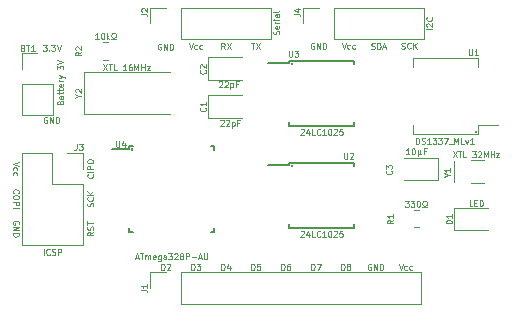
<source format=gto>
%TF.GenerationSoftware,KiCad,Pcbnew,(5.1.9)-1*%
%TF.CreationDate,2022-01-05T00:47:20-06:00*%
%TF.ProjectId,BACEE,42414345-452e-46b6-9963-61645f706362,1*%
%TF.SameCoordinates,Original*%
%TF.FileFunction,Legend,Top*%
%TF.FilePolarity,Positive*%
%FSLAX46Y46*%
G04 Gerber Fmt 4.6, Leading zero omitted, Abs format (unit mm)*
G04 Created by KiCad (PCBNEW (5.1.9)-1) date 2022-01-05 00:47:20*
%MOMM*%
%LPD*%
G01*
G04 APERTURE LIST*
%ADD10C,0.100000*%
%ADD11C,0.125000*%
%ADD12C,0.120000*%
%ADD13C,0.150000*%
G04 APERTURE END LIST*
D10*
G36*
X213561600Y-114503200D02*
G01*
X213461600Y-114503200D01*
X213461600Y-114403200D01*
X213561600Y-114403200D01*
X213561600Y-114503200D01*
G37*
X213561600Y-114503200D02*
X213461600Y-114503200D01*
X213461600Y-114403200D01*
X213561600Y-114403200D01*
X213561600Y-114503200D01*
G36*
X242670000Y-113030000D02*
G01*
X242570000Y-113030000D01*
X242570000Y-112930000D01*
X242670000Y-112930000D01*
X242670000Y-113030000D01*
G37*
X242670000Y-113030000D02*
X242570000Y-113030000D01*
X242570000Y-112930000D01*
X242670000Y-112930000D01*
X242670000Y-113030000D01*
G36*
X227126800Y-115874800D02*
G01*
X227026800Y-115874800D01*
X227026800Y-115774800D01*
X227126800Y-115774800D01*
X227126800Y-115874800D01*
G37*
X227126800Y-115874800D02*
X227026800Y-115874800D01*
X227026800Y-115774800D01*
X227126800Y-115774800D01*
X227126800Y-115874800D01*
G36*
X227126800Y-107237200D02*
G01*
X227026800Y-107237200D01*
X227026800Y-107137200D01*
X227126800Y-107137200D01*
X227126800Y-107237200D01*
G37*
X227126800Y-107237200D02*
X227026800Y-107237200D01*
X227026800Y-107137200D01*
X227126800Y-107137200D01*
X227126800Y-107237200D01*
D11*
X236132761Y-124186190D02*
X236299428Y-124686190D01*
X236466095Y-124186190D01*
X236847047Y-124662380D02*
X236799428Y-124686190D01*
X236704190Y-124686190D01*
X236656571Y-124662380D01*
X236632761Y-124638571D01*
X236608952Y-124590952D01*
X236608952Y-124448095D01*
X236632761Y-124400476D01*
X236656571Y-124376666D01*
X236704190Y-124352857D01*
X236799428Y-124352857D01*
X236847047Y-124376666D01*
X237275619Y-124662380D02*
X237228000Y-124686190D01*
X237132761Y-124686190D01*
X237085142Y-124662380D01*
X237061333Y-124638571D01*
X237037523Y-124590952D01*
X237037523Y-124448095D01*
X237061333Y-124400476D01*
X237085142Y-124376666D01*
X237132761Y-124352857D01*
X237228000Y-124352857D01*
X237275619Y-124376666D01*
X233807047Y-124210000D02*
X233759428Y-124186190D01*
X233688000Y-124186190D01*
X233616571Y-124210000D01*
X233568952Y-124257619D01*
X233545142Y-124305238D01*
X233521333Y-124400476D01*
X233521333Y-124471904D01*
X233545142Y-124567142D01*
X233568952Y-124614761D01*
X233616571Y-124662380D01*
X233688000Y-124686190D01*
X233735619Y-124686190D01*
X233807047Y-124662380D01*
X233830857Y-124638571D01*
X233830857Y-124471904D01*
X233735619Y-124471904D01*
X234045142Y-124686190D02*
X234045142Y-124186190D01*
X234330857Y-124686190D01*
X234330857Y-124186190D01*
X234568952Y-124686190D02*
X234568952Y-124186190D01*
X234688000Y-124186190D01*
X234759428Y-124210000D01*
X234807047Y-124257619D01*
X234830857Y-124305238D01*
X234854666Y-124400476D01*
X234854666Y-124471904D01*
X234830857Y-124567142D01*
X234807047Y-124614761D01*
X234759428Y-124662380D01*
X234688000Y-124686190D01*
X234568952Y-124686190D01*
X231278952Y-124686190D02*
X231278952Y-124186190D01*
X231398000Y-124186190D01*
X231469428Y-124210000D01*
X231517047Y-124257619D01*
X231540857Y-124305238D01*
X231564666Y-124400476D01*
X231564666Y-124471904D01*
X231540857Y-124567142D01*
X231517047Y-124614761D01*
X231469428Y-124662380D01*
X231398000Y-124686190D01*
X231278952Y-124686190D01*
X231850380Y-124400476D02*
X231802761Y-124376666D01*
X231778952Y-124352857D01*
X231755142Y-124305238D01*
X231755142Y-124281428D01*
X231778952Y-124233809D01*
X231802761Y-124210000D01*
X231850380Y-124186190D01*
X231945619Y-124186190D01*
X231993238Y-124210000D01*
X232017047Y-124233809D01*
X232040857Y-124281428D01*
X232040857Y-124305238D01*
X232017047Y-124352857D01*
X231993238Y-124376666D01*
X231945619Y-124400476D01*
X231850380Y-124400476D01*
X231802761Y-124424285D01*
X231778952Y-124448095D01*
X231755142Y-124495714D01*
X231755142Y-124590952D01*
X231778952Y-124638571D01*
X231802761Y-124662380D01*
X231850380Y-124686190D01*
X231945619Y-124686190D01*
X231993238Y-124662380D01*
X232017047Y-124638571D01*
X232040857Y-124590952D01*
X232040857Y-124495714D01*
X232017047Y-124448095D01*
X231993238Y-124424285D01*
X231945619Y-124400476D01*
X228738952Y-124686190D02*
X228738952Y-124186190D01*
X228858000Y-124186190D01*
X228929428Y-124210000D01*
X228977047Y-124257619D01*
X229000857Y-124305238D01*
X229024666Y-124400476D01*
X229024666Y-124471904D01*
X229000857Y-124567142D01*
X228977047Y-124614761D01*
X228929428Y-124662380D01*
X228858000Y-124686190D01*
X228738952Y-124686190D01*
X229191333Y-124186190D02*
X229524666Y-124186190D01*
X229310380Y-124686190D01*
X226198952Y-124686190D02*
X226198952Y-124186190D01*
X226318000Y-124186190D01*
X226389428Y-124210000D01*
X226437047Y-124257619D01*
X226460857Y-124305238D01*
X226484666Y-124400476D01*
X226484666Y-124471904D01*
X226460857Y-124567142D01*
X226437047Y-124614761D01*
X226389428Y-124662380D01*
X226318000Y-124686190D01*
X226198952Y-124686190D01*
X226913238Y-124186190D02*
X226818000Y-124186190D01*
X226770380Y-124210000D01*
X226746571Y-124233809D01*
X226698952Y-124305238D01*
X226675142Y-124400476D01*
X226675142Y-124590952D01*
X226698952Y-124638571D01*
X226722761Y-124662380D01*
X226770380Y-124686190D01*
X226865619Y-124686190D01*
X226913238Y-124662380D01*
X226937047Y-124638571D01*
X226960857Y-124590952D01*
X226960857Y-124471904D01*
X226937047Y-124424285D01*
X226913238Y-124400476D01*
X226865619Y-124376666D01*
X226770380Y-124376666D01*
X226722761Y-124400476D01*
X226698952Y-124424285D01*
X226675142Y-124471904D01*
X223658952Y-124686190D02*
X223658952Y-124186190D01*
X223778000Y-124186190D01*
X223849428Y-124210000D01*
X223897047Y-124257619D01*
X223920857Y-124305238D01*
X223944666Y-124400476D01*
X223944666Y-124471904D01*
X223920857Y-124567142D01*
X223897047Y-124614761D01*
X223849428Y-124662380D01*
X223778000Y-124686190D01*
X223658952Y-124686190D01*
X224397047Y-124186190D02*
X224158952Y-124186190D01*
X224135142Y-124424285D01*
X224158952Y-124400476D01*
X224206571Y-124376666D01*
X224325619Y-124376666D01*
X224373238Y-124400476D01*
X224397047Y-124424285D01*
X224420857Y-124471904D01*
X224420857Y-124590952D01*
X224397047Y-124638571D01*
X224373238Y-124662380D01*
X224325619Y-124686190D01*
X224206571Y-124686190D01*
X224158952Y-124662380D01*
X224135142Y-124638571D01*
X221118952Y-124686190D02*
X221118952Y-124186190D01*
X221238000Y-124186190D01*
X221309428Y-124210000D01*
X221357047Y-124257619D01*
X221380857Y-124305238D01*
X221404666Y-124400476D01*
X221404666Y-124471904D01*
X221380857Y-124567142D01*
X221357047Y-124614761D01*
X221309428Y-124662380D01*
X221238000Y-124686190D01*
X221118952Y-124686190D01*
X221833238Y-124352857D02*
X221833238Y-124686190D01*
X221714190Y-124162380D02*
X221595142Y-124519523D01*
X221904666Y-124519523D01*
X218578952Y-124686190D02*
X218578952Y-124186190D01*
X218698000Y-124186190D01*
X218769428Y-124210000D01*
X218817047Y-124257619D01*
X218840857Y-124305238D01*
X218864666Y-124400476D01*
X218864666Y-124471904D01*
X218840857Y-124567142D01*
X218817047Y-124614761D01*
X218769428Y-124662380D01*
X218698000Y-124686190D01*
X218578952Y-124686190D01*
X219031333Y-124186190D02*
X219340857Y-124186190D01*
X219174190Y-124376666D01*
X219245619Y-124376666D01*
X219293238Y-124400476D01*
X219317047Y-124424285D01*
X219340857Y-124471904D01*
X219340857Y-124590952D01*
X219317047Y-124638571D01*
X219293238Y-124662380D01*
X219245619Y-124686190D01*
X219102761Y-124686190D01*
X219055142Y-124662380D01*
X219031333Y-124638571D01*
X216038952Y-124686190D02*
X216038952Y-124186190D01*
X216158000Y-124186190D01*
X216229428Y-124210000D01*
X216277047Y-124257619D01*
X216300857Y-124305238D01*
X216324666Y-124400476D01*
X216324666Y-124471904D01*
X216300857Y-124567142D01*
X216277047Y-124614761D01*
X216229428Y-124662380D01*
X216158000Y-124686190D01*
X216038952Y-124686190D01*
X216515142Y-124233809D02*
X216538952Y-124210000D01*
X216586571Y-124186190D01*
X216705619Y-124186190D01*
X216753238Y-124210000D01*
X216777047Y-124233809D01*
X216800857Y-124281428D01*
X216800857Y-124329047D01*
X216777047Y-124400476D01*
X216491333Y-124686190D01*
X216800857Y-124686190D01*
X210284190Y-121495309D02*
X210046095Y-121661976D01*
X210284190Y-121781023D02*
X209784190Y-121781023D01*
X209784190Y-121590547D01*
X209808000Y-121542928D01*
X209831809Y-121519119D01*
X209879428Y-121495309D01*
X209950857Y-121495309D01*
X209998476Y-121519119D01*
X210022285Y-121542928D01*
X210046095Y-121590547D01*
X210046095Y-121781023D01*
X210260380Y-121304833D02*
X210284190Y-121233404D01*
X210284190Y-121114357D01*
X210260380Y-121066738D01*
X210236571Y-121042928D01*
X210188952Y-121019119D01*
X210141333Y-121019119D01*
X210093714Y-121042928D01*
X210069904Y-121066738D01*
X210046095Y-121114357D01*
X210022285Y-121209595D01*
X209998476Y-121257214D01*
X209974666Y-121281023D01*
X209927047Y-121304833D01*
X209879428Y-121304833D01*
X209831809Y-121281023D01*
X209808000Y-121257214D01*
X209784190Y-121209595D01*
X209784190Y-121090547D01*
X209808000Y-121019119D01*
X209784190Y-120876261D02*
X209784190Y-120590547D01*
X210284190Y-120733404D02*
X209784190Y-120733404D01*
X210260380Y-119324357D02*
X210284190Y-119252928D01*
X210284190Y-119133880D01*
X210260380Y-119086261D01*
X210236571Y-119062452D01*
X210188952Y-119038642D01*
X210141333Y-119038642D01*
X210093714Y-119062452D01*
X210069904Y-119086261D01*
X210046095Y-119133880D01*
X210022285Y-119229119D01*
X209998476Y-119276738D01*
X209974666Y-119300547D01*
X209927047Y-119324357D01*
X209879428Y-119324357D01*
X209831809Y-119300547D01*
X209808000Y-119276738D01*
X209784190Y-119229119D01*
X209784190Y-119110071D01*
X209808000Y-119038642D01*
X210236571Y-118538642D02*
X210260380Y-118562452D01*
X210284190Y-118633880D01*
X210284190Y-118681500D01*
X210260380Y-118752928D01*
X210212761Y-118800547D01*
X210165142Y-118824357D01*
X210069904Y-118848166D01*
X209998476Y-118848166D01*
X209903238Y-118824357D01*
X209855619Y-118800547D01*
X209808000Y-118752928D01*
X209784190Y-118681500D01*
X209784190Y-118633880D01*
X209808000Y-118562452D01*
X209831809Y-118538642D01*
X210284190Y-118324357D02*
X209784190Y-118324357D01*
X210284190Y-118038642D02*
X209998476Y-118252928D01*
X209784190Y-118038642D02*
X210069904Y-118324357D01*
X210236571Y-116604990D02*
X210260380Y-116628800D01*
X210284190Y-116700228D01*
X210284190Y-116747847D01*
X210260380Y-116819276D01*
X210212761Y-116866895D01*
X210165142Y-116890704D01*
X210069904Y-116914514D01*
X209998476Y-116914514D01*
X209903238Y-116890704D01*
X209855619Y-116866895D01*
X209808000Y-116819276D01*
X209784190Y-116747847D01*
X209784190Y-116700228D01*
X209808000Y-116628800D01*
X209831809Y-116604990D01*
X210284190Y-116390704D02*
X209784190Y-116390704D01*
X210284190Y-116152609D02*
X209784190Y-116152609D01*
X209784190Y-115962133D01*
X209808000Y-115914514D01*
X209831809Y-115890704D01*
X209879428Y-115866895D01*
X209950857Y-115866895D01*
X209998476Y-115890704D01*
X210022285Y-115914514D01*
X210046095Y-115962133D01*
X210046095Y-116152609D01*
X209784190Y-115557371D02*
X209784190Y-115462133D01*
X209808000Y-115414514D01*
X209855619Y-115366895D01*
X209950857Y-115343085D01*
X210117523Y-115343085D01*
X210212761Y-115366895D01*
X210260380Y-115414514D01*
X210284190Y-115462133D01*
X210284190Y-115557371D01*
X210260380Y-115604990D01*
X210212761Y-115652609D01*
X210117523Y-115676419D01*
X209950857Y-115676419D01*
X209855619Y-115652609D01*
X209808000Y-115604990D01*
X209784190Y-115557371D01*
X203958000Y-120827847D02*
X203981809Y-120780228D01*
X203981809Y-120708800D01*
X203958000Y-120637371D01*
X203910380Y-120589752D01*
X203862761Y-120565942D01*
X203767523Y-120542133D01*
X203696095Y-120542133D01*
X203600857Y-120565942D01*
X203553238Y-120589752D01*
X203505619Y-120637371D01*
X203481809Y-120708800D01*
X203481809Y-120756419D01*
X203505619Y-120827847D01*
X203529428Y-120851657D01*
X203696095Y-120851657D01*
X203696095Y-120756419D01*
X203481809Y-121065942D02*
X203981809Y-121065942D01*
X203481809Y-121351657D01*
X203981809Y-121351657D01*
X203481809Y-121589752D02*
X203981809Y-121589752D01*
X203981809Y-121708800D01*
X203958000Y-121780228D01*
X203910380Y-121827847D01*
X203862761Y-121851657D01*
X203767523Y-121875466D01*
X203696095Y-121875466D01*
X203600857Y-121851657D01*
X203553238Y-121827847D01*
X203505619Y-121780228D01*
X203481809Y-121708800D01*
X203481809Y-121589752D01*
X203529428Y-118192609D02*
X203505619Y-118168800D01*
X203481809Y-118097371D01*
X203481809Y-118049752D01*
X203505619Y-117978323D01*
X203553238Y-117930704D01*
X203600857Y-117906895D01*
X203696095Y-117883085D01*
X203767523Y-117883085D01*
X203862761Y-117906895D01*
X203910380Y-117930704D01*
X203958000Y-117978323D01*
X203981809Y-118049752D01*
X203981809Y-118097371D01*
X203958000Y-118168800D01*
X203934190Y-118192609D01*
X203981809Y-118502133D02*
X203981809Y-118597371D01*
X203958000Y-118644990D01*
X203910380Y-118692609D01*
X203815142Y-118716419D01*
X203648476Y-118716419D01*
X203553238Y-118692609D01*
X203505619Y-118644990D01*
X203481809Y-118597371D01*
X203481809Y-118502133D01*
X203505619Y-118454514D01*
X203553238Y-118406895D01*
X203648476Y-118383085D01*
X203815142Y-118383085D01*
X203910380Y-118406895D01*
X203958000Y-118454514D01*
X203981809Y-118502133D01*
X203481809Y-118930704D02*
X203981809Y-118930704D01*
X203981809Y-119121180D01*
X203958000Y-119168800D01*
X203934190Y-119192609D01*
X203886571Y-119216419D01*
X203815142Y-119216419D01*
X203767523Y-119192609D01*
X203743714Y-119168800D01*
X203719904Y-119121180D01*
X203719904Y-118930704D01*
X203481809Y-119430704D02*
X203981809Y-119430704D01*
X203981809Y-115533561D02*
X203481809Y-115700228D01*
X203981809Y-115866895D01*
X203505619Y-116247847D02*
X203481809Y-116200228D01*
X203481809Y-116104990D01*
X203505619Y-116057371D01*
X203529428Y-116033561D01*
X203577047Y-116009752D01*
X203719904Y-116009752D01*
X203767523Y-116033561D01*
X203791333Y-116057371D01*
X203815142Y-116104990D01*
X203815142Y-116200228D01*
X203791333Y-116247847D01*
X203505619Y-116676419D02*
X203481809Y-116628800D01*
X203481809Y-116533561D01*
X203505619Y-116485942D01*
X203529428Y-116462133D01*
X203577047Y-116438323D01*
X203719904Y-116438323D01*
X203767523Y-116462133D01*
X203791333Y-116485942D01*
X203815142Y-116533561D01*
X203815142Y-116628800D01*
X203791333Y-116676419D01*
X206375047Y-111764000D02*
X206327428Y-111740190D01*
X206256000Y-111740190D01*
X206184571Y-111764000D01*
X206136952Y-111811619D01*
X206113142Y-111859238D01*
X206089333Y-111954476D01*
X206089333Y-112025904D01*
X206113142Y-112121142D01*
X206136952Y-112168761D01*
X206184571Y-112216380D01*
X206256000Y-112240190D01*
X206303619Y-112240190D01*
X206375047Y-112216380D01*
X206398857Y-112192571D01*
X206398857Y-112025904D01*
X206303619Y-112025904D01*
X206613142Y-112240190D02*
X206613142Y-111740190D01*
X206898857Y-112240190D01*
X206898857Y-111740190D01*
X207136952Y-112240190D02*
X207136952Y-111740190D01*
X207256000Y-111740190D01*
X207327428Y-111764000D01*
X207375047Y-111811619D01*
X207398857Y-111859238D01*
X207422666Y-111954476D01*
X207422666Y-112025904D01*
X207398857Y-112121142D01*
X207375047Y-112168761D01*
X207327428Y-112216380D01*
X207256000Y-112240190D01*
X207136952Y-112240190D01*
X206017904Y-105644190D02*
X206327428Y-105644190D01*
X206160761Y-105834666D01*
X206232190Y-105834666D01*
X206279809Y-105858476D01*
X206303619Y-105882285D01*
X206327428Y-105929904D01*
X206327428Y-106048952D01*
X206303619Y-106096571D01*
X206279809Y-106120380D01*
X206232190Y-106144190D01*
X206089333Y-106144190D01*
X206041714Y-106120380D01*
X206017904Y-106096571D01*
X206541714Y-106096571D02*
X206565523Y-106120380D01*
X206541714Y-106144190D01*
X206517904Y-106120380D01*
X206541714Y-106096571D01*
X206541714Y-106144190D01*
X206732190Y-105644190D02*
X207041714Y-105644190D01*
X206875047Y-105834666D01*
X206946476Y-105834666D01*
X206994095Y-105858476D01*
X207017904Y-105882285D01*
X207041714Y-105929904D01*
X207041714Y-106048952D01*
X207017904Y-106096571D01*
X206994095Y-106120380D01*
X206946476Y-106144190D01*
X206803619Y-106144190D01*
X206756000Y-106120380D01*
X206732190Y-106096571D01*
X207184571Y-105644190D02*
X207351238Y-106144190D01*
X207517904Y-105644190D01*
X236364542Y-105942580D02*
X236435971Y-105966390D01*
X236555019Y-105966390D01*
X236602638Y-105942580D01*
X236626447Y-105918771D01*
X236650257Y-105871152D01*
X236650257Y-105823533D01*
X236626447Y-105775914D01*
X236602638Y-105752104D01*
X236555019Y-105728295D01*
X236459780Y-105704485D01*
X236412161Y-105680676D01*
X236388352Y-105656866D01*
X236364542Y-105609247D01*
X236364542Y-105561628D01*
X236388352Y-105514009D01*
X236412161Y-105490200D01*
X236459780Y-105466390D01*
X236578828Y-105466390D01*
X236650257Y-105490200D01*
X237150257Y-105918771D02*
X237126447Y-105942580D01*
X237055019Y-105966390D01*
X237007400Y-105966390D01*
X236935971Y-105942580D01*
X236888352Y-105894961D01*
X236864542Y-105847342D01*
X236840733Y-105752104D01*
X236840733Y-105680676D01*
X236864542Y-105585438D01*
X236888352Y-105537819D01*
X236935971Y-105490200D01*
X237007400Y-105466390D01*
X237055019Y-105466390D01*
X237126447Y-105490200D01*
X237150257Y-105514009D01*
X237364542Y-105966390D02*
X237364542Y-105466390D01*
X237650257Y-105966390D02*
X237435971Y-105680676D01*
X237650257Y-105466390D02*
X237364542Y-105752104D01*
X233834857Y-105967980D02*
X233906285Y-105991790D01*
X234025333Y-105991790D01*
X234072952Y-105967980D01*
X234096761Y-105944171D01*
X234120571Y-105896552D01*
X234120571Y-105848933D01*
X234096761Y-105801314D01*
X234072952Y-105777504D01*
X234025333Y-105753695D01*
X233930095Y-105729885D01*
X233882476Y-105706076D01*
X233858666Y-105682266D01*
X233834857Y-105634647D01*
X233834857Y-105587028D01*
X233858666Y-105539409D01*
X233882476Y-105515600D01*
X233930095Y-105491790D01*
X234049142Y-105491790D01*
X234120571Y-105515600D01*
X234334857Y-105991790D02*
X234334857Y-105491790D01*
X234453904Y-105491790D01*
X234525333Y-105515600D01*
X234572952Y-105563219D01*
X234596761Y-105610838D01*
X234620571Y-105706076D01*
X234620571Y-105777504D01*
X234596761Y-105872742D01*
X234572952Y-105920361D01*
X234525333Y-105967980D01*
X234453904Y-105991790D01*
X234334857Y-105991790D01*
X234811047Y-105848933D02*
X235049142Y-105848933D01*
X234763428Y-105991790D02*
X234930095Y-105491790D01*
X235096761Y-105991790D01*
X228981047Y-105515600D02*
X228933428Y-105491790D01*
X228862000Y-105491790D01*
X228790571Y-105515600D01*
X228742952Y-105563219D01*
X228719142Y-105610838D01*
X228695333Y-105706076D01*
X228695333Y-105777504D01*
X228719142Y-105872742D01*
X228742952Y-105920361D01*
X228790571Y-105967980D01*
X228862000Y-105991790D01*
X228909619Y-105991790D01*
X228981047Y-105967980D01*
X229004857Y-105944171D01*
X229004857Y-105777504D01*
X228909619Y-105777504D01*
X229219142Y-105991790D02*
X229219142Y-105491790D01*
X229504857Y-105991790D01*
X229504857Y-105491790D01*
X229742952Y-105991790D02*
X229742952Y-105491790D01*
X229862000Y-105491790D01*
X229933428Y-105515600D01*
X229981047Y-105563219D01*
X230004857Y-105610838D01*
X230028666Y-105706076D01*
X230028666Y-105777504D01*
X230004857Y-105872742D01*
X229981047Y-105920361D01*
X229933428Y-105967980D01*
X229862000Y-105991790D01*
X229742952Y-105991790D01*
X231306761Y-105466390D02*
X231473428Y-105966390D01*
X231640095Y-105466390D01*
X232021047Y-105942580D02*
X231973428Y-105966390D01*
X231878190Y-105966390D01*
X231830571Y-105942580D01*
X231806761Y-105918771D01*
X231782952Y-105871152D01*
X231782952Y-105728295D01*
X231806761Y-105680676D01*
X231830571Y-105656866D01*
X231878190Y-105633057D01*
X231973428Y-105633057D01*
X232021047Y-105656866D01*
X232449619Y-105942580D02*
X232402000Y-105966390D01*
X232306761Y-105966390D01*
X232259142Y-105942580D01*
X232235333Y-105918771D01*
X232211523Y-105871152D01*
X232211523Y-105728295D01*
X232235333Y-105680676D01*
X232259142Y-105656866D01*
X232306761Y-105633057D01*
X232402000Y-105633057D01*
X232449619Y-105656866D01*
X223647047Y-105491790D02*
X223932761Y-105491790D01*
X223789904Y-105991790D02*
X223789904Y-105491790D01*
X224051809Y-105491790D02*
X224385142Y-105991790D01*
X224385142Y-105491790D02*
X224051809Y-105991790D01*
X221404666Y-105991790D02*
X221238000Y-105753695D01*
X221118952Y-105991790D02*
X221118952Y-105491790D01*
X221309428Y-105491790D01*
X221357047Y-105515600D01*
X221380857Y-105539409D01*
X221404666Y-105587028D01*
X221404666Y-105658457D01*
X221380857Y-105706076D01*
X221357047Y-105729885D01*
X221309428Y-105753695D01*
X221118952Y-105753695D01*
X221571333Y-105491790D02*
X221904666Y-105991790D01*
X221904666Y-105491790D02*
X221571333Y-105991790D01*
X218352761Y-105491790D02*
X218519428Y-105991790D01*
X218686095Y-105491790D01*
X219067047Y-105967980D02*
X219019428Y-105991790D01*
X218924190Y-105991790D01*
X218876571Y-105967980D01*
X218852761Y-105944171D01*
X218828952Y-105896552D01*
X218828952Y-105753695D01*
X218852761Y-105706076D01*
X218876571Y-105682266D01*
X218924190Y-105658457D01*
X219019428Y-105658457D01*
X219067047Y-105682266D01*
X219495619Y-105967980D02*
X219448000Y-105991790D01*
X219352761Y-105991790D01*
X219305142Y-105967980D01*
X219281333Y-105944171D01*
X219257523Y-105896552D01*
X219257523Y-105753695D01*
X219281333Y-105706076D01*
X219305142Y-105682266D01*
X219352761Y-105658457D01*
X219448000Y-105658457D01*
X219495619Y-105682266D01*
X216027047Y-105566400D02*
X215979428Y-105542590D01*
X215908000Y-105542590D01*
X215836571Y-105566400D01*
X215788952Y-105614019D01*
X215765142Y-105661638D01*
X215741333Y-105756876D01*
X215741333Y-105828304D01*
X215765142Y-105923542D01*
X215788952Y-105971161D01*
X215836571Y-106018780D01*
X215908000Y-106042590D01*
X215955619Y-106042590D01*
X216027047Y-106018780D01*
X216050857Y-105994971D01*
X216050857Y-105828304D01*
X215955619Y-105828304D01*
X216265142Y-106042590D02*
X216265142Y-105542590D01*
X216550857Y-106042590D01*
X216550857Y-105542590D01*
X216788952Y-106042590D02*
X216788952Y-105542590D01*
X216908000Y-105542590D01*
X216979428Y-105566400D01*
X217027047Y-105614019D01*
X217050857Y-105661638D01*
X217074666Y-105756876D01*
X217074666Y-105828304D01*
X217050857Y-105923542D01*
X217027047Y-105971161D01*
X216979428Y-106018780D01*
X216908000Y-106042590D01*
X216788952Y-106042590D01*
X237045571Y-114907190D02*
X236759857Y-114907190D01*
X236902714Y-114907190D02*
X236902714Y-114407190D01*
X236855095Y-114478619D01*
X236807476Y-114526238D01*
X236759857Y-114550047D01*
X237355095Y-114407190D02*
X237402714Y-114407190D01*
X237450333Y-114431000D01*
X237474142Y-114454809D01*
X237497952Y-114502428D01*
X237521761Y-114597666D01*
X237521761Y-114716714D01*
X237497952Y-114811952D01*
X237474142Y-114859571D01*
X237450333Y-114883380D01*
X237402714Y-114907190D01*
X237355095Y-114907190D01*
X237307476Y-114883380D01*
X237283666Y-114859571D01*
X237259857Y-114811952D01*
X237236047Y-114716714D01*
X237236047Y-114597666D01*
X237259857Y-114502428D01*
X237283666Y-114454809D01*
X237307476Y-114431000D01*
X237355095Y-114407190D01*
X237736047Y-114573857D02*
X237736047Y-115073857D01*
X237974142Y-114835761D02*
X237997952Y-114883380D01*
X238045571Y-114907190D01*
X237736047Y-114835761D02*
X237759857Y-114883380D01*
X237807476Y-114907190D01*
X237902714Y-114907190D01*
X237950333Y-114883380D01*
X237974142Y-114835761D01*
X237974142Y-114573857D01*
X238426523Y-114645285D02*
X238259857Y-114645285D01*
X238259857Y-114907190D02*
X238259857Y-114407190D01*
X238497952Y-114407190D01*
X221047571Y-112041809D02*
X221071380Y-112018000D01*
X221119000Y-111994190D01*
X221238047Y-111994190D01*
X221285666Y-112018000D01*
X221309476Y-112041809D01*
X221333285Y-112089428D01*
X221333285Y-112137047D01*
X221309476Y-112208476D01*
X221023761Y-112494190D01*
X221333285Y-112494190D01*
X221523761Y-112041809D02*
X221547571Y-112018000D01*
X221595190Y-111994190D01*
X221714238Y-111994190D01*
X221761857Y-112018000D01*
X221785666Y-112041809D01*
X221809476Y-112089428D01*
X221809476Y-112137047D01*
X221785666Y-112208476D01*
X221499952Y-112494190D01*
X221809476Y-112494190D01*
X222023761Y-112160857D02*
X222023761Y-112660857D01*
X222023761Y-112184666D02*
X222071380Y-112160857D01*
X222166619Y-112160857D01*
X222214238Y-112184666D01*
X222238047Y-112208476D01*
X222261857Y-112256095D01*
X222261857Y-112398952D01*
X222238047Y-112446571D01*
X222214238Y-112470380D01*
X222166619Y-112494190D01*
X222071380Y-112494190D01*
X222023761Y-112470380D01*
X222642809Y-112232285D02*
X222476142Y-112232285D01*
X222476142Y-112494190D02*
X222476142Y-111994190D01*
X222714238Y-111994190D01*
X220920571Y-108765209D02*
X220944380Y-108741400D01*
X220992000Y-108717590D01*
X221111047Y-108717590D01*
X221158666Y-108741400D01*
X221182476Y-108765209D01*
X221206285Y-108812828D01*
X221206285Y-108860447D01*
X221182476Y-108931876D01*
X220896761Y-109217590D01*
X221206285Y-109217590D01*
X221396761Y-108765209D02*
X221420571Y-108741400D01*
X221468190Y-108717590D01*
X221587238Y-108717590D01*
X221634857Y-108741400D01*
X221658666Y-108765209D01*
X221682476Y-108812828D01*
X221682476Y-108860447D01*
X221658666Y-108931876D01*
X221372952Y-109217590D01*
X221682476Y-109217590D01*
X221896761Y-108884257D02*
X221896761Y-109384257D01*
X221896761Y-108908066D02*
X221944380Y-108884257D01*
X222039619Y-108884257D01*
X222087238Y-108908066D01*
X222111047Y-108931876D01*
X222134857Y-108979495D01*
X222134857Y-109122352D01*
X222111047Y-109169971D01*
X222087238Y-109193780D01*
X222039619Y-109217590D01*
X221944380Y-109217590D01*
X221896761Y-109193780D01*
X222515809Y-108955685D02*
X222349142Y-108955685D01*
X222349142Y-109217590D02*
X222349142Y-108717590D01*
X222587238Y-108717590D01*
X236688428Y-118852190D02*
X236997952Y-118852190D01*
X236831285Y-119042666D01*
X236902714Y-119042666D01*
X236950333Y-119066476D01*
X236974142Y-119090285D01*
X236997952Y-119137904D01*
X236997952Y-119256952D01*
X236974142Y-119304571D01*
X236950333Y-119328380D01*
X236902714Y-119352190D01*
X236759857Y-119352190D01*
X236712238Y-119328380D01*
X236688428Y-119304571D01*
X237164619Y-118852190D02*
X237474142Y-118852190D01*
X237307476Y-119042666D01*
X237378904Y-119042666D01*
X237426523Y-119066476D01*
X237450333Y-119090285D01*
X237474142Y-119137904D01*
X237474142Y-119256952D01*
X237450333Y-119304571D01*
X237426523Y-119328380D01*
X237378904Y-119352190D01*
X237236047Y-119352190D01*
X237188428Y-119328380D01*
X237164619Y-119304571D01*
X237783666Y-118852190D02*
X237831285Y-118852190D01*
X237878904Y-118876000D01*
X237902714Y-118899809D01*
X237926523Y-118947428D01*
X237950333Y-119042666D01*
X237950333Y-119161714D01*
X237926523Y-119256952D01*
X237902714Y-119304571D01*
X237878904Y-119328380D01*
X237831285Y-119352190D01*
X237783666Y-119352190D01*
X237736047Y-119328380D01*
X237712238Y-119304571D01*
X237688428Y-119256952D01*
X237664619Y-119161714D01*
X237664619Y-119042666D01*
X237688428Y-118947428D01*
X237712238Y-118899809D01*
X237736047Y-118876000D01*
X237783666Y-118852190D01*
X238140809Y-119352190D02*
X238259857Y-119352190D01*
X238259857Y-119256952D01*
X238212238Y-119233142D01*
X238164619Y-119185523D01*
X238140809Y-119114095D01*
X238140809Y-118995047D01*
X238164619Y-118923619D01*
X238212238Y-118876000D01*
X238283666Y-118852190D01*
X238378904Y-118852190D01*
X238450333Y-118876000D01*
X238497952Y-118923619D01*
X238521761Y-118995047D01*
X238521761Y-119114095D01*
X238497952Y-119185523D01*
X238450333Y-119233142D01*
X238402714Y-119256952D01*
X238402714Y-119352190D01*
X238521761Y-119352190D01*
X210744666Y-105128190D02*
X210458952Y-105128190D01*
X210601809Y-105128190D02*
X210601809Y-104628190D01*
X210554190Y-104699619D01*
X210506571Y-104747238D01*
X210458952Y-104771047D01*
X211054190Y-104628190D02*
X211101809Y-104628190D01*
X211149428Y-104652000D01*
X211173238Y-104675809D01*
X211197047Y-104723428D01*
X211220857Y-104818666D01*
X211220857Y-104937714D01*
X211197047Y-105032952D01*
X211173238Y-105080571D01*
X211149428Y-105104380D01*
X211101809Y-105128190D01*
X211054190Y-105128190D01*
X211006571Y-105104380D01*
X210982761Y-105080571D01*
X210958952Y-105032952D01*
X210935142Y-104937714D01*
X210935142Y-104818666D01*
X210958952Y-104723428D01*
X210982761Y-104675809D01*
X211006571Y-104652000D01*
X211054190Y-104628190D01*
X211435142Y-105128190D02*
X211435142Y-104628190D01*
X211482761Y-104937714D02*
X211625619Y-105128190D01*
X211625619Y-104794857D02*
X211435142Y-104985333D01*
X211816095Y-105128190D02*
X211935142Y-105128190D01*
X211935142Y-105032952D01*
X211887523Y-105009142D01*
X211839904Y-104961523D01*
X211816095Y-104890095D01*
X211816095Y-104771047D01*
X211839904Y-104699619D01*
X211887523Y-104652000D01*
X211958952Y-104628190D01*
X212054190Y-104628190D01*
X212125619Y-104652000D01*
X212173238Y-104699619D01*
X212197047Y-104771047D01*
X212197047Y-104890095D01*
X212173238Y-104961523D01*
X212125619Y-105009142D01*
X212078000Y-105032952D01*
X212078000Y-105128190D01*
X212197047Y-105128190D01*
D12*
%TO.C,BT1*%
X204220000Y-106366000D02*
X205550000Y-106366000D01*
X204220000Y-107696000D02*
X204220000Y-106366000D01*
X204220000Y-108966000D02*
X206880000Y-108966000D01*
X206880000Y-108966000D02*
X206880000Y-111566000D01*
X204220000Y-108966000D02*
X204220000Y-111566000D01*
X204220000Y-111566000D02*
X206880000Y-111566000D01*
%TO.C,C1*%
X220000000Y-111831000D02*
X222860000Y-111831000D01*
X220000000Y-109911000D02*
X220000000Y-111831000D01*
X222860000Y-109911000D02*
X220000000Y-109911000D01*
%TO.C,C2*%
X222860000Y-106667000D02*
X220000000Y-106667000D01*
X220000000Y-106667000D02*
X220000000Y-108587000D01*
X220000000Y-108587000D02*
X222860000Y-108587000D01*
%TO.C,C3*%
X236588000Y-117121000D02*
X239448000Y-117121000D01*
X239448000Y-117121000D02*
X239448000Y-115201000D01*
X239448000Y-115201000D02*
X236588000Y-115201000D01*
%TO.C,D1*%
X240837000Y-121356000D02*
X243697000Y-121356000D01*
X240837000Y-119436000D02*
X240837000Y-121356000D01*
X243697000Y-119436000D02*
X240837000Y-119436000D01*
%TO.C,J1*%
X215078000Y-126238000D02*
X215078000Y-124908000D01*
X215078000Y-124908000D02*
X216408000Y-124908000D01*
X217678000Y-124908000D02*
X238058000Y-124908000D01*
X238058000Y-127568000D02*
X238058000Y-124908000D01*
X217678000Y-127568000D02*
X238058000Y-127568000D01*
X217678000Y-127568000D02*
X217678000Y-124908000D01*
%TO.C,J2*%
X217678000Y-105152000D02*
X217678000Y-102492000D01*
X217678000Y-105152000D02*
X225358000Y-105152000D01*
X225358000Y-105152000D02*
X225358000Y-102492000D01*
X217678000Y-102492000D02*
X225358000Y-102492000D01*
X215078000Y-102492000D02*
X216408000Y-102492000D01*
X215078000Y-103822000D02*
X215078000Y-102492000D01*
%TO.C,J3*%
X208090000Y-114812000D02*
X209420000Y-114812000D01*
X209420000Y-114812000D02*
X209420000Y-116142000D01*
X206820000Y-114812000D02*
X206820000Y-117412000D01*
X206820000Y-117412000D02*
X209420000Y-117412000D01*
X209420000Y-117412000D02*
X209420000Y-122552000D01*
X204220000Y-122552000D02*
X209420000Y-122552000D01*
X204220000Y-114812000D02*
X204220000Y-122552000D01*
X204220000Y-114812000D02*
X206820000Y-114812000D01*
%TO.C,J4*%
X228032000Y-103822000D02*
X228032000Y-102492000D01*
X228032000Y-102492000D02*
X229362000Y-102492000D01*
X230632000Y-102492000D02*
X238312000Y-102492000D01*
X238312000Y-105152000D02*
X238312000Y-102492000D01*
X230632000Y-105152000D02*
X238312000Y-105152000D01*
X230632000Y-105152000D02*
X230632000Y-102492000D01*
%TO.C,R1*%
X237405936Y-121086000D02*
X237860064Y-121086000D01*
X237405936Y-119616000D02*
X237860064Y-119616000D01*
%TO.C,R2*%
X211539064Y-106907000D02*
X211084936Y-106907000D01*
X211539064Y-105437000D02*
X211084936Y-105437000D01*
%TO.C,U1*%
X242854000Y-112447000D02*
X244544000Y-112447000D01*
X242854000Y-113192000D02*
X242854000Y-112447000D01*
X240094000Y-113192000D02*
X242854000Y-113192000D01*
X237334000Y-113192000D02*
X237334000Y-112447000D01*
X240094000Y-113192000D02*
X237334000Y-113192000D01*
X242854000Y-106772000D02*
X242854000Y-107517000D01*
X240094000Y-106772000D02*
X242854000Y-106772000D01*
X237334000Y-106772000D02*
X237334000Y-107517000D01*
X240094000Y-106772000D02*
X237334000Y-106772000D01*
D13*
%TO.C,U2*%
X226866000Y-115609000D02*
X226866000Y-115814000D01*
X232366000Y-115609000D02*
X232366000Y-115909000D01*
X232366000Y-121119000D02*
X232366000Y-120819000D01*
X226866000Y-121119000D02*
X226866000Y-120819000D01*
X226866000Y-115609000D02*
X232366000Y-115609000D01*
X226866000Y-121119000D02*
X232366000Y-121119000D01*
X226866000Y-115814000D02*
X225116000Y-115814000D01*
%TO.C,U3*%
X226866000Y-107178000D02*
X225116000Y-107178000D01*
X226866000Y-112483000D02*
X232366000Y-112483000D01*
X226866000Y-106973000D02*
X232366000Y-106973000D01*
X226866000Y-112483000D02*
X226866000Y-112183000D01*
X232366000Y-112483000D02*
X232366000Y-112183000D01*
X232366000Y-106973000D02*
X232366000Y-107273000D01*
X226866000Y-106973000D02*
X226866000Y-107178000D01*
%TO.C,U4*%
X213291000Y-114456000D02*
X211866000Y-114456000D01*
X220541000Y-114231000D02*
X220216000Y-114231000D01*
X220541000Y-121481000D02*
X220216000Y-121481000D01*
X213291000Y-121481000D02*
X213616000Y-121481000D01*
X213291000Y-114231000D02*
X213616000Y-114231000D01*
X213291000Y-121481000D02*
X213291000Y-121156000D01*
X220541000Y-121481000D02*
X220541000Y-121156000D01*
X220541000Y-114231000D02*
X220541000Y-114556000D01*
X213291000Y-114231000D02*
X213291000Y-114456000D01*
D12*
%TO.C,Y1*%
X242252000Y-115416000D02*
X243352000Y-115416000D01*
X242252000Y-117316000D02*
X243352000Y-117316000D01*
X240852000Y-115466000D02*
X240852000Y-117266000D01*
%TO.C,Y2*%
X209512000Y-111528000D02*
X216762000Y-111528000D01*
X209512000Y-107928000D02*
X209512000Y-111528000D01*
X216762000Y-107928000D02*
X209512000Y-107928000D01*
%TO.C,BT1*%
D11*
X204331142Y-105882285D02*
X204402571Y-105906095D01*
X204426380Y-105929904D01*
X204450190Y-105977523D01*
X204450190Y-106048952D01*
X204426380Y-106096571D01*
X204402571Y-106120380D01*
X204354952Y-106144190D01*
X204164476Y-106144190D01*
X204164476Y-105644190D01*
X204331142Y-105644190D01*
X204378761Y-105668000D01*
X204402571Y-105691809D01*
X204426380Y-105739428D01*
X204426380Y-105787047D01*
X204402571Y-105834666D01*
X204378761Y-105858476D01*
X204331142Y-105882285D01*
X204164476Y-105882285D01*
X204593047Y-105644190D02*
X204878761Y-105644190D01*
X204735904Y-106144190D02*
X204735904Y-105644190D01*
X205307333Y-106144190D02*
X205021619Y-106144190D01*
X205164476Y-106144190D02*
X205164476Y-105644190D01*
X205116857Y-105715619D01*
X205069238Y-105763238D01*
X205021619Y-105787047D01*
X207482285Y-110517571D02*
X207506095Y-110446142D01*
X207529904Y-110422333D01*
X207577523Y-110398523D01*
X207648952Y-110398523D01*
X207696571Y-110422333D01*
X207720380Y-110446142D01*
X207744190Y-110493761D01*
X207744190Y-110684238D01*
X207244190Y-110684238D01*
X207244190Y-110517571D01*
X207268000Y-110469952D01*
X207291809Y-110446142D01*
X207339428Y-110422333D01*
X207387047Y-110422333D01*
X207434666Y-110446142D01*
X207458476Y-110469952D01*
X207482285Y-110517571D01*
X207482285Y-110684238D01*
X207744190Y-109969952D02*
X207482285Y-109969952D01*
X207434666Y-109993761D01*
X207410857Y-110041380D01*
X207410857Y-110136619D01*
X207434666Y-110184238D01*
X207720380Y-109969952D02*
X207744190Y-110017571D01*
X207744190Y-110136619D01*
X207720380Y-110184238D01*
X207672761Y-110208047D01*
X207625142Y-110208047D01*
X207577523Y-110184238D01*
X207553714Y-110136619D01*
X207553714Y-110017571D01*
X207529904Y-109969952D01*
X207410857Y-109803285D02*
X207410857Y-109612809D01*
X207244190Y-109731857D02*
X207672761Y-109731857D01*
X207720380Y-109708047D01*
X207744190Y-109660428D01*
X207744190Y-109612809D01*
X207410857Y-109517571D02*
X207410857Y-109327095D01*
X207244190Y-109446142D02*
X207672761Y-109446142D01*
X207720380Y-109422333D01*
X207744190Y-109374714D01*
X207744190Y-109327095D01*
X207720380Y-108969952D02*
X207744190Y-109017571D01*
X207744190Y-109112809D01*
X207720380Y-109160428D01*
X207672761Y-109184238D01*
X207482285Y-109184238D01*
X207434666Y-109160428D01*
X207410857Y-109112809D01*
X207410857Y-109017571D01*
X207434666Y-108969952D01*
X207482285Y-108946142D01*
X207529904Y-108946142D01*
X207577523Y-109184238D01*
X207744190Y-108731857D02*
X207410857Y-108731857D01*
X207506095Y-108731857D02*
X207458476Y-108708047D01*
X207434666Y-108684238D01*
X207410857Y-108636619D01*
X207410857Y-108589000D01*
X207410857Y-108469952D02*
X207744190Y-108350904D01*
X207410857Y-108231857D02*
X207744190Y-108350904D01*
X207863238Y-108398523D01*
X207887047Y-108422333D01*
X207910857Y-108469952D01*
X207244190Y-107708047D02*
X207244190Y-107398523D01*
X207434666Y-107565190D01*
X207434666Y-107493761D01*
X207458476Y-107446142D01*
X207482285Y-107422333D01*
X207529904Y-107398523D01*
X207648952Y-107398523D01*
X207696571Y-107422333D01*
X207720380Y-107446142D01*
X207744190Y-107493761D01*
X207744190Y-107636619D01*
X207720380Y-107684238D01*
X207696571Y-107708047D01*
X207244190Y-107255666D02*
X207744190Y-107089000D01*
X207244190Y-106922333D01*
%TO.C,C1*%
X219761571Y-110954333D02*
X219785380Y-110978142D01*
X219809190Y-111049571D01*
X219809190Y-111097190D01*
X219785380Y-111168619D01*
X219737761Y-111216238D01*
X219690142Y-111240047D01*
X219594904Y-111263857D01*
X219523476Y-111263857D01*
X219428238Y-111240047D01*
X219380619Y-111216238D01*
X219333000Y-111168619D01*
X219309190Y-111097190D01*
X219309190Y-111049571D01*
X219333000Y-110978142D01*
X219356809Y-110954333D01*
X219809190Y-110478142D02*
X219809190Y-110763857D01*
X219809190Y-110621000D02*
X219309190Y-110621000D01*
X219380619Y-110668619D01*
X219428238Y-110716238D01*
X219452047Y-110763857D01*
%TO.C,C2*%
X219761571Y-107779333D02*
X219785380Y-107803142D01*
X219809190Y-107874571D01*
X219809190Y-107922190D01*
X219785380Y-107993619D01*
X219737761Y-108041238D01*
X219690142Y-108065047D01*
X219594904Y-108088857D01*
X219523476Y-108088857D01*
X219428238Y-108065047D01*
X219380619Y-108041238D01*
X219333000Y-107993619D01*
X219309190Y-107922190D01*
X219309190Y-107874571D01*
X219333000Y-107803142D01*
X219356809Y-107779333D01*
X219356809Y-107588857D02*
X219333000Y-107565047D01*
X219309190Y-107517428D01*
X219309190Y-107398380D01*
X219333000Y-107350761D01*
X219356809Y-107326952D01*
X219404428Y-107303142D01*
X219452047Y-107303142D01*
X219523476Y-107326952D01*
X219809190Y-107612666D01*
X219809190Y-107303142D01*
%TO.C,C3*%
X235509571Y-116287333D02*
X235533380Y-116311142D01*
X235557190Y-116382571D01*
X235557190Y-116430190D01*
X235533380Y-116501619D01*
X235485761Y-116549238D01*
X235438142Y-116573047D01*
X235342904Y-116596857D01*
X235271476Y-116596857D01*
X235176238Y-116573047D01*
X235128619Y-116549238D01*
X235081000Y-116501619D01*
X235057190Y-116430190D01*
X235057190Y-116382571D01*
X235081000Y-116311142D01*
X235104809Y-116287333D01*
X235057190Y-116120666D02*
X235057190Y-115811142D01*
X235247666Y-115977809D01*
X235247666Y-115906380D01*
X235271476Y-115858761D01*
X235295285Y-115834952D01*
X235342904Y-115811142D01*
X235461952Y-115811142D01*
X235509571Y-115834952D01*
X235533380Y-115858761D01*
X235557190Y-115906380D01*
X235557190Y-116049238D01*
X235533380Y-116096857D01*
X235509571Y-116120666D01*
%TO.C,D1*%
X240644190Y-120765047D02*
X240144190Y-120765047D01*
X240144190Y-120646000D01*
X240168000Y-120574571D01*
X240215619Y-120526952D01*
X240263238Y-120503142D01*
X240358476Y-120479333D01*
X240429904Y-120479333D01*
X240525142Y-120503142D01*
X240572761Y-120526952D01*
X240620380Y-120574571D01*
X240644190Y-120646000D01*
X240644190Y-120765047D01*
X240644190Y-120003142D02*
X240644190Y-120288857D01*
X240644190Y-120146000D02*
X240144190Y-120146000D01*
X240215619Y-120193619D01*
X240263238Y-120241238D01*
X240287047Y-120288857D01*
X242375571Y-119288690D02*
X242137476Y-119288690D01*
X242137476Y-118788690D01*
X242542238Y-119026785D02*
X242708904Y-119026785D01*
X242780333Y-119288690D02*
X242542238Y-119288690D01*
X242542238Y-118788690D01*
X242780333Y-118788690D01*
X242994619Y-119288690D02*
X242994619Y-118788690D01*
X243113666Y-118788690D01*
X243185095Y-118812500D01*
X243232714Y-118860119D01*
X243256523Y-118907738D01*
X243280333Y-119002976D01*
X243280333Y-119074404D01*
X243256523Y-119169642D01*
X243232714Y-119217261D01*
X243185095Y-119264880D01*
X243113666Y-119288690D01*
X242994619Y-119288690D01*
%TO.C,J1*%
X214356190Y-126404666D02*
X214713333Y-126404666D01*
X214784761Y-126428476D01*
X214832380Y-126476095D01*
X214856190Y-126547523D01*
X214856190Y-126595142D01*
X214856190Y-125904666D02*
X214856190Y-126190380D01*
X214856190Y-126047523D02*
X214356190Y-126047523D01*
X214427619Y-126095142D01*
X214475238Y-126142761D01*
X214499047Y-126190380D01*
%TO.C,J2*%
X214356190Y-103036666D02*
X214713333Y-103036666D01*
X214784761Y-103060476D01*
X214832380Y-103108095D01*
X214856190Y-103179523D01*
X214856190Y-103227142D01*
X214403809Y-102822380D02*
X214380000Y-102798571D01*
X214356190Y-102750952D01*
X214356190Y-102631904D01*
X214380000Y-102584285D01*
X214403809Y-102560476D01*
X214451428Y-102536666D01*
X214499047Y-102536666D01*
X214570476Y-102560476D01*
X214856190Y-102846190D01*
X214856190Y-102536666D01*
X226008380Y-104747095D02*
X226032190Y-104675666D01*
X226032190Y-104556619D01*
X226008380Y-104509000D01*
X225984571Y-104485190D01*
X225936952Y-104461380D01*
X225889333Y-104461380D01*
X225841714Y-104485190D01*
X225817904Y-104509000D01*
X225794095Y-104556619D01*
X225770285Y-104651857D01*
X225746476Y-104699476D01*
X225722666Y-104723285D01*
X225675047Y-104747095D01*
X225627428Y-104747095D01*
X225579809Y-104723285D01*
X225556000Y-104699476D01*
X225532190Y-104651857D01*
X225532190Y-104532809D01*
X225556000Y-104461380D01*
X226008380Y-104056619D02*
X226032190Y-104104238D01*
X226032190Y-104199476D01*
X226008380Y-104247095D01*
X225960761Y-104270904D01*
X225770285Y-104270904D01*
X225722666Y-104247095D01*
X225698857Y-104199476D01*
X225698857Y-104104238D01*
X225722666Y-104056619D01*
X225770285Y-104032809D01*
X225817904Y-104032809D01*
X225865523Y-104270904D01*
X226032190Y-103818523D02*
X225698857Y-103818523D01*
X225794095Y-103818523D02*
X225746476Y-103794714D01*
X225722666Y-103770904D01*
X225698857Y-103723285D01*
X225698857Y-103675666D01*
X226032190Y-103509000D02*
X225698857Y-103509000D01*
X225532190Y-103509000D02*
X225556000Y-103532809D01*
X225579809Y-103509000D01*
X225556000Y-103485190D01*
X225532190Y-103509000D01*
X225579809Y-103509000D01*
X226032190Y-103056619D02*
X225770285Y-103056619D01*
X225722666Y-103080428D01*
X225698857Y-103128047D01*
X225698857Y-103223285D01*
X225722666Y-103270904D01*
X226008380Y-103056619D02*
X226032190Y-103104238D01*
X226032190Y-103223285D01*
X226008380Y-103270904D01*
X225960761Y-103294714D01*
X225913142Y-103294714D01*
X225865523Y-103270904D01*
X225841714Y-103223285D01*
X225841714Y-103104238D01*
X225817904Y-103056619D01*
X226032190Y-102747095D02*
X226008380Y-102794714D01*
X225960761Y-102818523D01*
X225532190Y-102818523D01*
%TO.C,J3*%
X208875333Y-114026190D02*
X208875333Y-114383333D01*
X208851523Y-114454761D01*
X208803904Y-114502380D01*
X208732476Y-114526190D01*
X208684857Y-114526190D01*
X209065809Y-114026190D02*
X209375333Y-114026190D01*
X209208666Y-114216666D01*
X209280095Y-114216666D01*
X209327714Y-114240476D01*
X209351523Y-114264285D01*
X209375333Y-114311904D01*
X209375333Y-114430952D01*
X209351523Y-114478571D01*
X209327714Y-114502380D01*
X209280095Y-114526190D01*
X209137238Y-114526190D01*
X209089619Y-114502380D01*
X209065809Y-114478571D01*
X206081904Y-123416190D02*
X206081904Y-122916190D01*
X206605714Y-123368571D02*
X206581904Y-123392380D01*
X206510476Y-123416190D01*
X206462857Y-123416190D01*
X206391428Y-123392380D01*
X206343809Y-123344761D01*
X206320000Y-123297142D01*
X206296190Y-123201904D01*
X206296190Y-123130476D01*
X206320000Y-123035238D01*
X206343809Y-122987619D01*
X206391428Y-122940000D01*
X206462857Y-122916190D01*
X206510476Y-122916190D01*
X206581904Y-122940000D01*
X206605714Y-122963809D01*
X206796190Y-123392380D02*
X206867619Y-123416190D01*
X206986666Y-123416190D01*
X207034285Y-123392380D01*
X207058095Y-123368571D01*
X207081904Y-123320952D01*
X207081904Y-123273333D01*
X207058095Y-123225714D01*
X207034285Y-123201904D01*
X206986666Y-123178095D01*
X206891428Y-123154285D01*
X206843809Y-123130476D01*
X206820000Y-123106666D01*
X206796190Y-123059047D01*
X206796190Y-123011428D01*
X206820000Y-122963809D01*
X206843809Y-122940000D01*
X206891428Y-122916190D01*
X207010476Y-122916190D01*
X207081904Y-122940000D01*
X207296190Y-123416190D02*
X207296190Y-122916190D01*
X207486666Y-122916190D01*
X207534285Y-122940000D01*
X207558095Y-122963809D01*
X207581904Y-123011428D01*
X207581904Y-123082857D01*
X207558095Y-123130476D01*
X207534285Y-123154285D01*
X207486666Y-123178095D01*
X207296190Y-123178095D01*
%TO.C,J4*%
X227310190Y-103036666D02*
X227667333Y-103036666D01*
X227738761Y-103060476D01*
X227786380Y-103108095D01*
X227810190Y-103179523D01*
X227810190Y-103227142D01*
X227476857Y-102584285D02*
X227810190Y-102584285D01*
X227286380Y-102703333D02*
X227643523Y-102822380D01*
X227643523Y-102512857D01*
X238986190Y-104310095D02*
X238486190Y-104310095D01*
X238533809Y-104095809D02*
X238510000Y-104072000D01*
X238486190Y-104024380D01*
X238486190Y-103905333D01*
X238510000Y-103857714D01*
X238533809Y-103833904D01*
X238581428Y-103810095D01*
X238629047Y-103810095D01*
X238700476Y-103833904D01*
X238986190Y-104119619D01*
X238986190Y-103810095D01*
X238938571Y-103310095D02*
X238962380Y-103333904D01*
X238986190Y-103405333D01*
X238986190Y-103452952D01*
X238962380Y-103524380D01*
X238914761Y-103572000D01*
X238867142Y-103595809D01*
X238771904Y-103619619D01*
X238700476Y-103619619D01*
X238605238Y-103595809D01*
X238557619Y-103572000D01*
X238510000Y-103524380D01*
X238486190Y-103452952D01*
X238486190Y-103405333D01*
X238510000Y-103333904D01*
X238533809Y-103310095D01*
%TO.C,R1*%
X235684190Y-120479333D02*
X235446095Y-120646000D01*
X235684190Y-120765047D02*
X235184190Y-120765047D01*
X235184190Y-120574571D01*
X235208000Y-120526952D01*
X235231809Y-120503142D01*
X235279428Y-120479333D01*
X235350857Y-120479333D01*
X235398476Y-120503142D01*
X235422285Y-120526952D01*
X235446095Y-120574571D01*
X235446095Y-120765047D01*
X235684190Y-120003142D02*
X235684190Y-120288857D01*
X235684190Y-120146000D02*
X235184190Y-120146000D01*
X235255619Y-120193619D01*
X235303238Y-120241238D01*
X235327047Y-120288857D01*
%TO.C,R2*%
X209268190Y-106255333D02*
X209030095Y-106422000D01*
X209268190Y-106541047D02*
X208768190Y-106541047D01*
X208768190Y-106350571D01*
X208792000Y-106302952D01*
X208815809Y-106279142D01*
X208863428Y-106255333D01*
X208934857Y-106255333D01*
X208982476Y-106279142D01*
X209006285Y-106302952D01*
X209030095Y-106350571D01*
X209030095Y-106541047D01*
X208815809Y-106064857D02*
X208792000Y-106041047D01*
X208768190Y-105993428D01*
X208768190Y-105874380D01*
X208792000Y-105826761D01*
X208815809Y-105802952D01*
X208863428Y-105779142D01*
X208911047Y-105779142D01*
X208982476Y-105802952D01*
X209268190Y-106088666D01*
X209268190Y-105779142D01*
%TO.C,U1*%
X242062047Y-106025190D02*
X242062047Y-106429952D01*
X242085857Y-106477571D01*
X242109666Y-106501380D01*
X242157285Y-106525190D01*
X242252523Y-106525190D01*
X242300142Y-106501380D01*
X242323952Y-106477571D01*
X242347761Y-106429952D01*
X242347761Y-106025190D01*
X242847761Y-106525190D02*
X242562047Y-106525190D01*
X242704904Y-106525190D02*
X242704904Y-106025190D01*
X242657285Y-106096619D01*
X242609666Y-106144238D01*
X242562047Y-106168047D01*
X237601428Y-114018190D02*
X237601428Y-113518190D01*
X237720476Y-113518190D01*
X237791904Y-113542000D01*
X237839523Y-113589619D01*
X237863333Y-113637238D01*
X237887142Y-113732476D01*
X237887142Y-113803904D01*
X237863333Y-113899142D01*
X237839523Y-113946761D01*
X237791904Y-113994380D01*
X237720476Y-114018190D01*
X237601428Y-114018190D01*
X238077619Y-113994380D02*
X238149047Y-114018190D01*
X238268095Y-114018190D01*
X238315714Y-113994380D01*
X238339523Y-113970571D01*
X238363333Y-113922952D01*
X238363333Y-113875333D01*
X238339523Y-113827714D01*
X238315714Y-113803904D01*
X238268095Y-113780095D01*
X238172857Y-113756285D01*
X238125238Y-113732476D01*
X238101428Y-113708666D01*
X238077619Y-113661047D01*
X238077619Y-113613428D01*
X238101428Y-113565809D01*
X238125238Y-113542000D01*
X238172857Y-113518190D01*
X238291904Y-113518190D01*
X238363333Y-113542000D01*
X238839523Y-114018190D02*
X238553809Y-114018190D01*
X238696666Y-114018190D02*
X238696666Y-113518190D01*
X238649047Y-113589619D01*
X238601428Y-113637238D01*
X238553809Y-113661047D01*
X239006190Y-113518190D02*
X239315714Y-113518190D01*
X239149047Y-113708666D01*
X239220476Y-113708666D01*
X239268095Y-113732476D01*
X239291904Y-113756285D01*
X239315714Y-113803904D01*
X239315714Y-113922952D01*
X239291904Y-113970571D01*
X239268095Y-113994380D01*
X239220476Y-114018190D01*
X239077619Y-114018190D01*
X239030000Y-113994380D01*
X239006190Y-113970571D01*
X239482380Y-113518190D02*
X239791904Y-113518190D01*
X239625238Y-113708666D01*
X239696666Y-113708666D01*
X239744285Y-113732476D01*
X239768095Y-113756285D01*
X239791904Y-113803904D01*
X239791904Y-113922952D01*
X239768095Y-113970571D01*
X239744285Y-113994380D01*
X239696666Y-114018190D01*
X239553809Y-114018190D01*
X239506190Y-113994380D01*
X239482380Y-113970571D01*
X239958571Y-113518190D02*
X240291904Y-113518190D01*
X240077619Y-114018190D01*
X240363333Y-114065809D02*
X240744285Y-114065809D01*
X240863333Y-114018190D02*
X240863333Y-113518190D01*
X241030000Y-113875333D01*
X241196666Y-113518190D01*
X241196666Y-114018190D01*
X241672857Y-114018190D02*
X241434761Y-114018190D01*
X241434761Y-113518190D01*
X241791904Y-113684857D02*
X241910952Y-114018190D01*
X242030000Y-113684857D01*
X242482380Y-114018190D02*
X242196666Y-114018190D01*
X242339523Y-114018190D02*
X242339523Y-113518190D01*
X242291904Y-113589619D01*
X242244285Y-113637238D01*
X242196666Y-113661047D01*
%TO.C,U2*%
X231521047Y-114788190D02*
X231521047Y-115192952D01*
X231544857Y-115240571D01*
X231568666Y-115264380D01*
X231616285Y-115288190D01*
X231711523Y-115288190D01*
X231759142Y-115264380D01*
X231782952Y-115240571D01*
X231806761Y-115192952D01*
X231806761Y-114788190D01*
X232021047Y-114835809D02*
X232044857Y-114812000D01*
X232092476Y-114788190D01*
X232211523Y-114788190D01*
X232259142Y-114812000D01*
X232282952Y-114835809D01*
X232306761Y-114883428D01*
X232306761Y-114931047D01*
X232282952Y-115002476D01*
X231997238Y-115288190D01*
X232306761Y-115288190D01*
X227830285Y-121439809D02*
X227854095Y-121416000D01*
X227901714Y-121392190D01*
X228020761Y-121392190D01*
X228068380Y-121416000D01*
X228092190Y-121439809D01*
X228116000Y-121487428D01*
X228116000Y-121535047D01*
X228092190Y-121606476D01*
X227806476Y-121892190D01*
X228116000Y-121892190D01*
X228544571Y-121558857D02*
X228544571Y-121892190D01*
X228425523Y-121368380D02*
X228306476Y-121725523D01*
X228616000Y-121725523D01*
X229044571Y-121892190D02*
X228806476Y-121892190D01*
X228806476Y-121392190D01*
X229496952Y-121844571D02*
X229473142Y-121868380D01*
X229401714Y-121892190D01*
X229354095Y-121892190D01*
X229282666Y-121868380D01*
X229235047Y-121820761D01*
X229211238Y-121773142D01*
X229187428Y-121677904D01*
X229187428Y-121606476D01*
X229211238Y-121511238D01*
X229235047Y-121463619D01*
X229282666Y-121416000D01*
X229354095Y-121392190D01*
X229401714Y-121392190D01*
X229473142Y-121416000D01*
X229496952Y-121439809D01*
X229973142Y-121892190D02*
X229687428Y-121892190D01*
X229830285Y-121892190D02*
X229830285Y-121392190D01*
X229782666Y-121463619D01*
X229735047Y-121511238D01*
X229687428Y-121535047D01*
X230282666Y-121392190D02*
X230330285Y-121392190D01*
X230377904Y-121416000D01*
X230401714Y-121439809D01*
X230425523Y-121487428D01*
X230449333Y-121582666D01*
X230449333Y-121701714D01*
X230425523Y-121796952D01*
X230401714Y-121844571D01*
X230377904Y-121868380D01*
X230330285Y-121892190D01*
X230282666Y-121892190D01*
X230235047Y-121868380D01*
X230211238Y-121844571D01*
X230187428Y-121796952D01*
X230163619Y-121701714D01*
X230163619Y-121582666D01*
X230187428Y-121487428D01*
X230211238Y-121439809D01*
X230235047Y-121416000D01*
X230282666Y-121392190D01*
X230639809Y-121439809D02*
X230663619Y-121416000D01*
X230711238Y-121392190D01*
X230830285Y-121392190D01*
X230877904Y-121416000D01*
X230901714Y-121439809D01*
X230925523Y-121487428D01*
X230925523Y-121535047D01*
X230901714Y-121606476D01*
X230616000Y-121892190D01*
X230925523Y-121892190D01*
X231377904Y-121392190D02*
X231139809Y-121392190D01*
X231116000Y-121630285D01*
X231139809Y-121606476D01*
X231187428Y-121582666D01*
X231306476Y-121582666D01*
X231354095Y-121606476D01*
X231377904Y-121630285D01*
X231401714Y-121677904D01*
X231401714Y-121796952D01*
X231377904Y-121844571D01*
X231354095Y-121868380D01*
X231306476Y-121892190D01*
X231187428Y-121892190D01*
X231139809Y-121868380D01*
X231116000Y-121844571D01*
%TO.C,U3*%
X226847447Y-106126790D02*
X226847447Y-106531552D01*
X226871257Y-106579171D01*
X226895066Y-106602980D01*
X226942685Y-106626790D01*
X227037923Y-106626790D01*
X227085542Y-106602980D01*
X227109352Y-106579171D01*
X227133161Y-106531552D01*
X227133161Y-106126790D01*
X227323638Y-106126790D02*
X227633161Y-106126790D01*
X227466495Y-106317266D01*
X227537923Y-106317266D01*
X227585542Y-106341076D01*
X227609352Y-106364885D01*
X227633161Y-106412504D01*
X227633161Y-106531552D01*
X227609352Y-106579171D01*
X227585542Y-106602980D01*
X227537923Y-106626790D01*
X227395066Y-106626790D01*
X227347447Y-106602980D01*
X227323638Y-106579171D01*
X227830285Y-112803809D02*
X227854095Y-112780000D01*
X227901714Y-112756190D01*
X228020761Y-112756190D01*
X228068380Y-112780000D01*
X228092190Y-112803809D01*
X228116000Y-112851428D01*
X228116000Y-112899047D01*
X228092190Y-112970476D01*
X227806476Y-113256190D01*
X228116000Y-113256190D01*
X228544571Y-112922857D02*
X228544571Y-113256190D01*
X228425523Y-112732380D02*
X228306476Y-113089523D01*
X228616000Y-113089523D01*
X229044571Y-113256190D02*
X228806476Y-113256190D01*
X228806476Y-112756190D01*
X229496952Y-113208571D02*
X229473142Y-113232380D01*
X229401714Y-113256190D01*
X229354095Y-113256190D01*
X229282666Y-113232380D01*
X229235047Y-113184761D01*
X229211238Y-113137142D01*
X229187428Y-113041904D01*
X229187428Y-112970476D01*
X229211238Y-112875238D01*
X229235047Y-112827619D01*
X229282666Y-112780000D01*
X229354095Y-112756190D01*
X229401714Y-112756190D01*
X229473142Y-112780000D01*
X229496952Y-112803809D01*
X229973142Y-113256190D02*
X229687428Y-113256190D01*
X229830285Y-113256190D02*
X229830285Y-112756190D01*
X229782666Y-112827619D01*
X229735047Y-112875238D01*
X229687428Y-112899047D01*
X230282666Y-112756190D02*
X230330285Y-112756190D01*
X230377904Y-112780000D01*
X230401714Y-112803809D01*
X230425523Y-112851428D01*
X230449333Y-112946666D01*
X230449333Y-113065714D01*
X230425523Y-113160952D01*
X230401714Y-113208571D01*
X230377904Y-113232380D01*
X230330285Y-113256190D01*
X230282666Y-113256190D01*
X230235047Y-113232380D01*
X230211238Y-113208571D01*
X230187428Y-113160952D01*
X230163619Y-113065714D01*
X230163619Y-112946666D01*
X230187428Y-112851428D01*
X230211238Y-112803809D01*
X230235047Y-112780000D01*
X230282666Y-112756190D01*
X230639809Y-112803809D02*
X230663619Y-112780000D01*
X230711238Y-112756190D01*
X230830285Y-112756190D01*
X230877904Y-112780000D01*
X230901714Y-112803809D01*
X230925523Y-112851428D01*
X230925523Y-112899047D01*
X230901714Y-112970476D01*
X230616000Y-113256190D01*
X230925523Y-113256190D01*
X231377904Y-112756190D02*
X231139809Y-112756190D01*
X231116000Y-112994285D01*
X231139809Y-112970476D01*
X231187428Y-112946666D01*
X231306476Y-112946666D01*
X231354095Y-112970476D01*
X231377904Y-112994285D01*
X231401714Y-113041904D01*
X231401714Y-113160952D01*
X231377904Y-113208571D01*
X231354095Y-113232380D01*
X231306476Y-113256190D01*
X231187428Y-113256190D01*
X231139809Y-113232380D01*
X231116000Y-113208571D01*
%TO.C,U4*%
X212217047Y-113772190D02*
X212217047Y-114176952D01*
X212240857Y-114224571D01*
X212264666Y-114248380D01*
X212312285Y-114272190D01*
X212407523Y-114272190D01*
X212455142Y-114248380D01*
X212478952Y-114224571D01*
X212502761Y-114176952D01*
X212502761Y-113772190D01*
X212955142Y-113938857D02*
X212955142Y-114272190D01*
X212836095Y-113748380D02*
X212717047Y-114105523D01*
X213026571Y-114105523D01*
X213856476Y-123654333D02*
X214094571Y-123654333D01*
X213808857Y-123797190D02*
X213975523Y-123297190D01*
X214142190Y-123797190D01*
X214237428Y-123297190D02*
X214523142Y-123297190D01*
X214380285Y-123797190D02*
X214380285Y-123297190D01*
X214689809Y-123797190D02*
X214689809Y-123463857D01*
X214689809Y-123511476D02*
X214713619Y-123487666D01*
X214761238Y-123463857D01*
X214832666Y-123463857D01*
X214880285Y-123487666D01*
X214904095Y-123535285D01*
X214904095Y-123797190D01*
X214904095Y-123535285D02*
X214927904Y-123487666D01*
X214975523Y-123463857D01*
X215046952Y-123463857D01*
X215094571Y-123487666D01*
X215118380Y-123535285D01*
X215118380Y-123797190D01*
X215546952Y-123773380D02*
X215499333Y-123797190D01*
X215404095Y-123797190D01*
X215356476Y-123773380D01*
X215332666Y-123725761D01*
X215332666Y-123535285D01*
X215356476Y-123487666D01*
X215404095Y-123463857D01*
X215499333Y-123463857D01*
X215546952Y-123487666D01*
X215570761Y-123535285D01*
X215570761Y-123582904D01*
X215332666Y-123630523D01*
X215999333Y-123463857D02*
X215999333Y-123868619D01*
X215975523Y-123916238D01*
X215951714Y-123940047D01*
X215904095Y-123963857D01*
X215832666Y-123963857D01*
X215785047Y-123940047D01*
X215999333Y-123773380D02*
X215951714Y-123797190D01*
X215856476Y-123797190D01*
X215808857Y-123773380D01*
X215785047Y-123749571D01*
X215761238Y-123701952D01*
X215761238Y-123559095D01*
X215785047Y-123511476D01*
X215808857Y-123487666D01*
X215856476Y-123463857D01*
X215951714Y-123463857D01*
X215999333Y-123487666D01*
X216451714Y-123797190D02*
X216451714Y-123535285D01*
X216427904Y-123487666D01*
X216380285Y-123463857D01*
X216285047Y-123463857D01*
X216237428Y-123487666D01*
X216451714Y-123773380D02*
X216404095Y-123797190D01*
X216285047Y-123797190D01*
X216237428Y-123773380D01*
X216213619Y-123725761D01*
X216213619Y-123678142D01*
X216237428Y-123630523D01*
X216285047Y-123606714D01*
X216404095Y-123606714D01*
X216451714Y-123582904D01*
X216642190Y-123297190D02*
X216951714Y-123297190D01*
X216785047Y-123487666D01*
X216856476Y-123487666D01*
X216904095Y-123511476D01*
X216927904Y-123535285D01*
X216951714Y-123582904D01*
X216951714Y-123701952D01*
X216927904Y-123749571D01*
X216904095Y-123773380D01*
X216856476Y-123797190D01*
X216713619Y-123797190D01*
X216666000Y-123773380D01*
X216642190Y-123749571D01*
X217142190Y-123344809D02*
X217166000Y-123321000D01*
X217213619Y-123297190D01*
X217332666Y-123297190D01*
X217380285Y-123321000D01*
X217404095Y-123344809D01*
X217427904Y-123392428D01*
X217427904Y-123440047D01*
X217404095Y-123511476D01*
X217118380Y-123797190D01*
X217427904Y-123797190D01*
X217713619Y-123511476D02*
X217666000Y-123487666D01*
X217642190Y-123463857D01*
X217618380Y-123416238D01*
X217618380Y-123392428D01*
X217642190Y-123344809D01*
X217666000Y-123321000D01*
X217713619Y-123297190D01*
X217808857Y-123297190D01*
X217856476Y-123321000D01*
X217880285Y-123344809D01*
X217904095Y-123392428D01*
X217904095Y-123416238D01*
X217880285Y-123463857D01*
X217856476Y-123487666D01*
X217808857Y-123511476D01*
X217713619Y-123511476D01*
X217666000Y-123535285D01*
X217642190Y-123559095D01*
X217618380Y-123606714D01*
X217618380Y-123701952D01*
X217642190Y-123749571D01*
X217666000Y-123773380D01*
X217713619Y-123797190D01*
X217808857Y-123797190D01*
X217856476Y-123773380D01*
X217880285Y-123749571D01*
X217904095Y-123701952D01*
X217904095Y-123606714D01*
X217880285Y-123559095D01*
X217856476Y-123535285D01*
X217808857Y-123511476D01*
X218118380Y-123797190D02*
X218118380Y-123297190D01*
X218308857Y-123297190D01*
X218356476Y-123321000D01*
X218380285Y-123344809D01*
X218404095Y-123392428D01*
X218404095Y-123463857D01*
X218380285Y-123511476D01*
X218356476Y-123535285D01*
X218308857Y-123559095D01*
X218118380Y-123559095D01*
X218618380Y-123606714D02*
X218999333Y-123606714D01*
X219213619Y-123654333D02*
X219451714Y-123654333D01*
X219166000Y-123797190D02*
X219332666Y-123297190D01*
X219499333Y-123797190D01*
X219666000Y-123297190D02*
X219666000Y-123701952D01*
X219689809Y-123749571D01*
X219713619Y-123773380D01*
X219761238Y-123797190D01*
X219856476Y-123797190D01*
X219904095Y-123773380D01*
X219927904Y-123749571D01*
X219951714Y-123701952D01*
X219951714Y-123297190D01*
%TO.C,Y1*%
X240280095Y-116697095D02*
X240518190Y-116697095D01*
X240018190Y-116863761D02*
X240280095Y-116697095D01*
X240018190Y-116530428D01*
X240518190Y-116101857D02*
X240518190Y-116387571D01*
X240518190Y-116244714D02*
X240018190Y-116244714D01*
X240089619Y-116292333D01*
X240137238Y-116339952D01*
X240161047Y-116387571D01*
X240720809Y-114661190D02*
X241054142Y-115161190D01*
X241054142Y-114661190D02*
X240720809Y-115161190D01*
X241173190Y-114661190D02*
X241458904Y-114661190D01*
X241316047Y-115161190D02*
X241316047Y-114661190D01*
X241863666Y-115161190D02*
X241625571Y-115161190D01*
X241625571Y-114661190D01*
X242363666Y-114661190D02*
X242673190Y-114661190D01*
X242506523Y-114851666D01*
X242577952Y-114851666D01*
X242625571Y-114875476D01*
X242649380Y-114899285D01*
X242673190Y-114946904D01*
X242673190Y-115065952D01*
X242649380Y-115113571D01*
X242625571Y-115137380D01*
X242577952Y-115161190D01*
X242435095Y-115161190D01*
X242387476Y-115137380D01*
X242363666Y-115113571D01*
X242863666Y-114708809D02*
X242887476Y-114685000D01*
X242935095Y-114661190D01*
X243054142Y-114661190D01*
X243101761Y-114685000D01*
X243125571Y-114708809D01*
X243149380Y-114756428D01*
X243149380Y-114804047D01*
X243125571Y-114875476D01*
X242839857Y-115161190D01*
X243149380Y-115161190D01*
X243363666Y-115161190D02*
X243363666Y-114661190D01*
X243530333Y-115018333D01*
X243697000Y-114661190D01*
X243697000Y-115161190D01*
X243935095Y-115161190D02*
X243935095Y-114661190D01*
X243935095Y-114899285D02*
X244220809Y-114899285D01*
X244220809Y-115161190D02*
X244220809Y-114661190D01*
X244411285Y-114827857D02*
X244673190Y-114827857D01*
X244411285Y-115161190D01*
X244673190Y-115161190D01*
%TO.C,Y2*%
X209030095Y-109966095D02*
X209268190Y-109966095D01*
X208768190Y-110132761D02*
X209030095Y-109966095D01*
X208768190Y-109799428D01*
X208815809Y-109656571D02*
X208792000Y-109632761D01*
X208768190Y-109585142D01*
X208768190Y-109466095D01*
X208792000Y-109418476D01*
X208815809Y-109394666D01*
X208863428Y-109370857D01*
X208911047Y-109370857D01*
X208982476Y-109394666D01*
X209268190Y-109680380D01*
X209268190Y-109370857D01*
X211129809Y-107295190D02*
X211463142Y-107795190D01*
X211463142Y-107295190D02*
X211129809Y-107795190D01*
X211582190Y-107295190D02*
X211867904Y-107295190D01*
X211725047Y-107795190D02*
X211725047Y-107295190D01*
X212272666Y-107795190D02*
X212034571Y-107795190D01*
X212034571Y-107295190D01*
X213082190Y-107795190D02*
X212796476Y-107795190D01*
X212939333Y-107795190D02*
X212939333Y-107295190D01*
X212891714Y-107366619D01*
X212844095Y-107414238D01*
X212796476Y-107438047D01*
X213510761Y-107295190D02*
X213415523Y-107295190D01*
X213367904Y-107319000D01*
X213344095Y-107342809D01*
X213296476Y-107414238D01*
X213272666Y-107509476D01*
X213272666Y-107699952D01*
X213296476Y-107747571D01*
X213320285Y-107771380D01*
X213367904Y-107795190D01*
X213463142Y-107795190D01*
X213510761Y-107771380D01*
X213534571Y-107747571D01*
X213558380Y-107699952D01*
X213558380Y-107580904D01*
X213534571Y-107533285D01*
X213510761Y-107509476D01*
X213463142Y-107485666D01*
X213367904Y-107485666D01*
X213320285Y-107509476D01*
X213296476Y-107533285D01*
X213272666Y-107580904D01*
X213772666Y-107795190D02*
X213772666Y-107295190D01*
X213939333Y-107652333D01*
X214106000Y-107295190D01*
X214106000Y-107795190D01*
X214344095Y-107795190D02*
X214344095Y-107295190D01*
X214344095Y-107533285D02*
X214629809Y-107533285D01*
X214629809Y-107795190D02*
X214629809Y-107295190D01*
X214820285Y-107461857D02*
X215082190Y-107461857D01*
X214820285Y-107795190D01*
X215082190Y-107795190D01*
%TD*%
M02*

</source>
